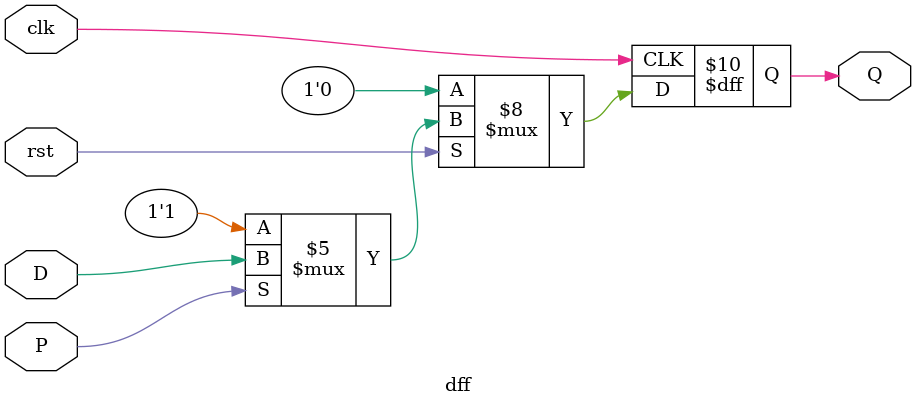
<source format=sv>
`timescale 1ns / 1ps

module dff(
    input logic clk,
    input logic rst,   
    input logic P,
    input logic D,
    output logic Q
);

always_ff @(posedge clk) begin
    if(!rst) begin
        Q <= '0;    
    end else if(!P) begin
        Q <= '1;
    end else begin
        Q <= D;
    end
end
endmodule

</source>
